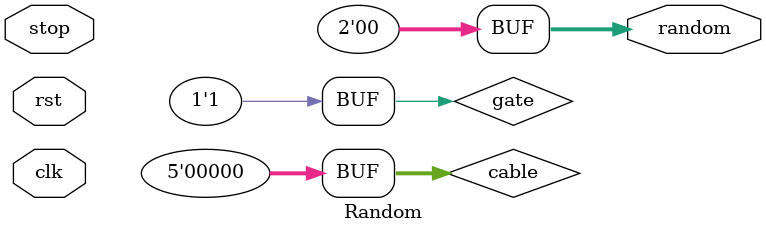
<source format=sv>
module Random( //Linear Feedback Shift Register
	input clk,rst, stop,
	output reg [1:0] random
	);
	logic [4:0] cable;
	logic gate;
	logic stop_clock;

	initial cable=2'b00000;

	FlipFlop #(2) ffd1(gate,stop_clock,rst,1,cable[0]);
	FlipFlop #(2) ffd2(cable[0],stop_clock,rst,1,cable[1]);
	FlipFlop #(2) ffd3(cable[1],stop_clock,rst,1,cable[2]);
	FlipFlop #(2) ffd4(cable[2],stop_clock,rst,1,cable[3]);
	FlipFlop #(2) ffd5(cable[3],stop_clock,rst,1,cable[4]);
	
	always @(clk)
	begin
		if (stop) begin
			random[0]=cable[3];
			random[1]=cable[2];
			stop_clock=1'b0;
		end
		else begin
			stop_clock=clk;
			random[0]=1'b0;
			random[1]=1'b0;
		end
	end
	
	xnor xn1(gate,cable[2],cable[3],cable[4]);


endmodule

</source>
